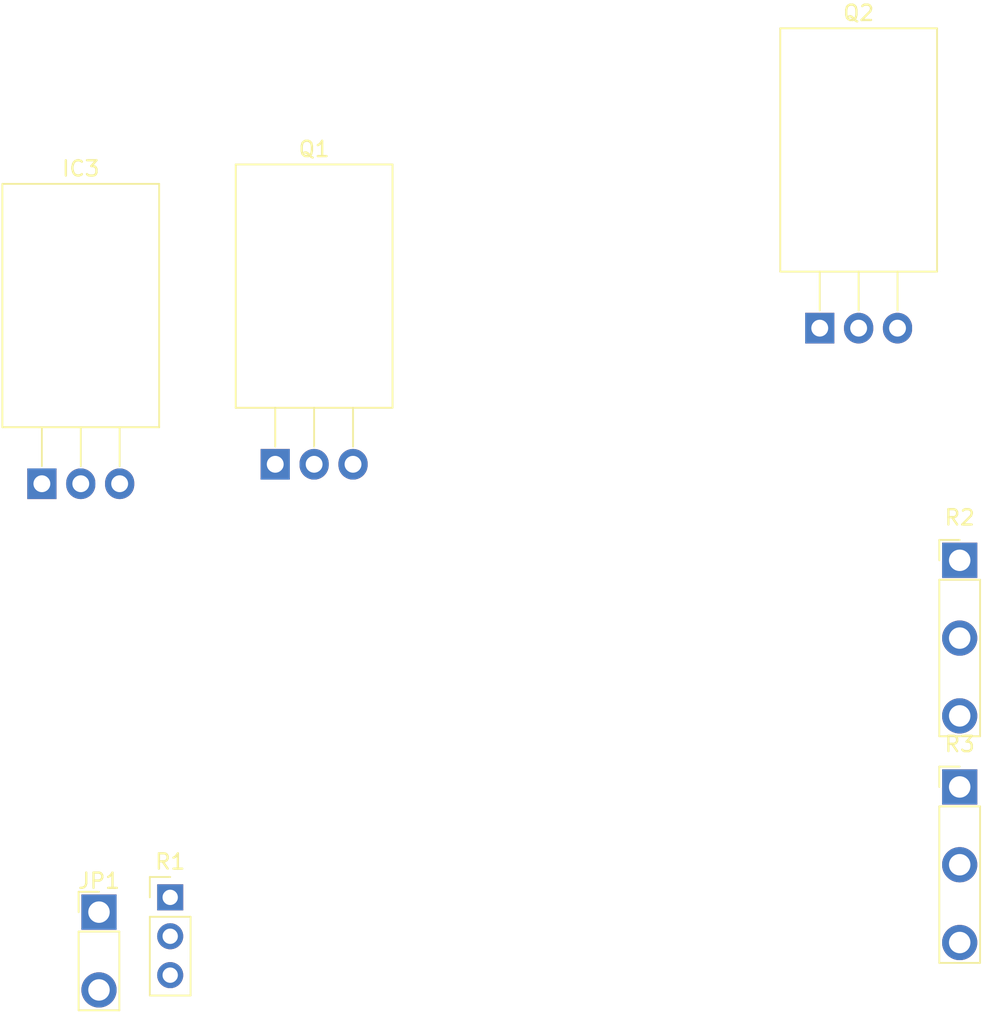
<source format=kicad_pcb>
(kicad_pcb (version 20171130) (host pcbnew "(5.1.4)-1")

  (general
    (thickness 1.6)
    (drawings 0)
    (tracks 0)
    (zones 0)
    (modules 7)
    (nets 6)
  )

  (page A4)
  (layers
    (0 F.Cu signal)
    (31 B.Cu signal)
    (32 B.Adhes user)
    (33 F.Adhes user)
    (34 B.Paste user)
    (35 F.Paste user)
    (36 B.SilkS user)
    (37 F.SilkS user)
    (38 B.Mask user)
    (39 F.Mask user)
    (40 Dwgs.User user)
    (41 Cmts.User user)
    (42 Eco1.User user)
    (43 Eco2.User user)
    (44 Edge.Cuts user)
    (45 Margin user)
    (46 B.CrtYd user)
    (47 F.CrtYd user)
    (48 B.Fab user)
    (49 F.Fab user)
  )

  (setup
    (last_trace_width 0.25)
    (trace_clearance 0.2)
    (zone_clearance 0.508)
    (zone_45_only no)
    (trace_min 0.2)
    (via_size 0.8)
    (via_drill 0.4)
    (via_min_size 0.4)
    (via_min_drill 0.3)
    (uvia_size 0.3)
    (uvia_drill 0.1)
    (uvias_allowed no)
    (uvia_min_size 0.2)
    (uvia_min_drill 0.1)
    (edge_width 0.1)
    (segment_width 0.2)
    (pcb_text_width 0.3)
    (pcb_text_size 1.5 1.5)
    (mod_edge_width 0.15)
    (mod_text_size 1 1)
    (mod_text_width 0.15)
    (pad_size 1.524 1.524)
    (pad_drill 0.762)
    (pad_to_mask_clearance 0)
    (aux_axis_origin 0 0)
    (visible_elements FFFFFF7F)
    (pcbplotparams
      (layerselection 0x010fc_ffffffff)
      (usegerberextensions false)
      (usegerberattributes false)
      (usegerberadvancedattributes false)
      (creategerberjobfile false)
      (excludeedgelayer true)
      (linewidth 0.100000)
      (plotframeref false)
      (viasonmask false)
      (mode 1)
      (useauxorigin false)
      (hpglpennumber 1)
      (hpglpenspeed 20)
      (hpglpendiameter 15.000000)
      (psnegative false)
      (psa4output false)
      (plotreference true)
      (plotvalue true)
      (plotinvisibletext false)
      (padsonsilk false)
      (subtractmaskfromsilk false)
      (outputformat 1)
      (mirror false)
      (drillshape 1)
      (scaleselection 1)
      (outputdirectory ""))
  )

  (net 0 "")
  (net 1 GND)
  (net 2 "Net-(IC1-Pad2)")
  (net 3 "Net-(IC1-Pad7)")
  (net 4 /5V)
  (net 5 "Net-(IC2-Pad7)")

  (net_class Default "This is the default net class."
    (clearance 0.2)
    (trace_width 0.25)
    (via_dia 0.8)
    (via_drill 0.4)
    (uvia_dia 0.3)
    (uvia_drill 0.1)
    (add_net /5V)
    (add_net GND)
    (add_net "Net-(IC1-Pad2)")
    (add_net "Net-(IC1-Pad7)")
    (add_net "Net-(IC2-Pad7)")
  )

  (module Package_TO_SOT_THT:TO-220-3_Horizontal_TabDown (layer F.Cu) (tedit 5AC8BA0D) (tstamp 5E2B6778)
    (at 125.73 78.105)
    (descr "TO-220-3, Horizontal, RM 2.54mm, see https://www.vishay.com/docs/66542/to-220-1.pdf")
    (tags "TO-220-3 Horizontal RM 2.54mm")
    (path /B686635D)
    (fp_text reference IC3 (at 2.54 -20.58) (layer F.SilkS)
      (effects (font (size 1 1) (thickness 0.15)))
    )
    (fp_text value 78XXL (at 2.54 2) (layer F.Fab)
      (effects (font (size 1 1) (thickness 0.15)))
    )
    (fp_circle (center 2.54 -16.66) (end 4.39 -16.66) (layer F.Fab) (width 0.1))
    (fp_line (start -2.46 -13.06) (end -2.46 -19.46) (layer F.Fab) (width 0.1))
    (fp_line (start -2.46 -19.46) (end 7.54 -19.46) (layer F.Fab) (width 0.1))
    (fp_line (start 7.54 -19.46) (end 7.54 -13.06) (layer F.Fab) (width 0.1))
    (fp_line (start 7.54 -13.06) (end -2.46 -13.06) (layer F.Fab) (width 0.1))
    (fp_line (start -2.46 -3.81) (end -2.46 -13.06) (layer F.Fab) (width 0.1))
    (fp_line (start -2.46 -13.06) (end 7.54 -13.06) (layer F.Fab) (width 0.1))
    (fp_line (start 7.54 -13.06) (end 7.54 -3.81) (layer F.Fab) (width 0.1))
    (fp_line (start 7.54 -3.81) (end -2.46 -3.81) (layer F.Fab) (width 0.1))
    (fp_line (start 0 -3.81) (end 0 0) (layer F.Fab) (width 0.1))
    (fp_line (start 2.54 -3.81) (end 2.54 0) (layer F.Fab) (width 0.1))
    (fp_line (start 5.08 -3.81) (end 5.08 0) (layer F.Fab) (width 0.1))
    (fp_line (start -2.58 -3.69) (end 7.66 -3.69) (layer F.SilkS) (width 0.12))
    (fp_line (start -2.58 -19.58) (end 7.66 -19.58) (layer F.SilkS) (width 0.12))
    (fp_line (start -2.58 -19.58) (end -2.58 -3.69) (layer F.SilkS) (width 0.12))
    (fp_line (start 7.66 -19.58) (end 7.66 -3.69) (layer F.SilkS) (width 0.12))
    (fp_line (start 0 -3.69) (end 0 -1.15) (layer F.SilkS) (width 0.12))
    (fp_line (start 2.54 -3.69) (end 2.54 -1.15) (layer F.SilkS) (width 0.12))
    (fp_line (start 5.08 -3.69) (end 5.08 -1.15) (layer F.SilkS) (width 0.12))
    (fp_line (start -2.71 -19.71) (end -2.71 1.25) (layer F.CrtYd) (width 0.05))
    (fp_line (start -2.71 1.25) (end 7.79 1.25) (layer F.CrtYd) (width 0.05))
    (fp_line (start 7.79 1.25) (end 7.79 -19.71) (layer F.CrtYd) (width 0.05))
    (fp_line (start 7.79 -19.71) (end -2.71 -19.71) (layer F.CrtYd) (width 0.05))
    (fp_text user %R (at 2.54 -20.58) (layer F.Fab)
      (effects (font (size 1 1) (thickness 0.15)))
    )
    (pad "" np_thru_hole oval (at 2.54 -16.66) (size 3.5 3.5) (drill 3.5) (layers *.Cu *.Mask))
    (pad 1 thru_hole rect (at 0 0) (size 1.905 2) (drill 1.1) (layers *.Cu *.Mask))
    (pad 2 thru_hole oval (at 2.54 0) (size 1.905 2) (drill 1.1) (layers *.Cu *.Mask))
    (pad 3 thru_hole oval (at 5.08 0) (size 1.905 2) (drill 1.1) (layers *.Cu *.Mask))
    (model ${KISYS3DMOD}/Package_TO_SOT_THT.3dshapes/TO-220-3_Horizontal_TabDown.wrl
      (at (xyz 0 0 0))
      (scale (xyz 1 1 1))
      (rotate (xyz 0 0 0))
    )
  )

  (module CustomKiCADLibrary:PinHeader_1x02_P5.08mm_Vertical (layer F.Cu) (tedit 5E2A729B) (tstamp 5E2B678E)
    (at 129.460001 103.54)
    (path /0B60073D)
    (fp_text reference JP1 (at 0 0.5) (layer F.SilkS)
      (effects (font (size 1 1) (thickness 0.15)))
    )
    (fp_text value PINHD-1X2 (at 0 -0.5) (layer F.Fab)
      (effects (font (size 1 1) (thickness 0.15)))
    )
    (fp_line (start 1.8 0.74) (end -1.8 0.74) (layer F.CrtYd) (width 0.05))
    (fp_line (start -1.33 8.95) (end 1.33 8.95) (layer F.SilkS) (width 0.12))
    (fp_line (start -1.33 2.54) (end -1.33 1.21) (layer F.SilkS) (width 0.12))
    (fp_line (start 1.33 3.81) (end 1.33 8.95) (layer F.SilkS) (width 0.12))
    (fp_line (start -1.8 9.39) (end 1.8 9.39) (layer F.CrtYd) (width 0.05))
    (fp_line (start 1.8 9.39) (end 1.8 0.74) (layer F.CrtYd) (width 0.05))
    (fp_line (start -1.33 3.81) (end -1.33 8.95) (layer F.SilkS) (width 0.12))
    (fp_line (start -1.27 1.905) (end -0.635 1.27) (layer F.Fab) (width 0.1))
    (fp_line (start -1.8 0.74) (end -1.8 9.39) (layer F.CrtYd) (width 0.05))
    (fp_line (start -1.33 1.21) (end 0 1.21) (layer F.SilkS) (width 0.12))
    (fp_line (start -1.33 3.81) (end 1.33 3.81) (layer F.SilkS) (width 0.12))
    (fp_line (start -1.27 8.89) (end -1.27 1.905) (layer F.Fab) (width 0.1))
    (fp_line (start 1.27 8.89) (end -1.27 8.89) (layer F.Fab) (width 0.1))
    (fp_line (start 1.27 1.27) (end 1.27 8.89) (layer F.Fab) (width 0.1))
    (fp_line (start -0.635 1.27) (end 1.27 1.27) (layer F.Fab) (width 0.1))
    (fp_text user %R (at 0 5.08 90) (layer F.Fab)
      (effects (font (size 1 1) (thickness 0.15)))
    )
    (pad 1 thru_hole rect (at 0 2.54) (size 2.3 2.3) (drill 1.4) (layers *.Cu *.Mask))
    (pad 2 thru_hole oval (at 0 7.62) (size 2.3 2.3) (drill 1.4) (layers *.Cu *.Mask))
  )

  (module Package_TO_SOT_THT:TO-220-3_Horizontal_TabDown (layer F.Cu) (tedit 5AC8BA0D) (tstamp 5E2B67AE)
    (at 140.97 76.835)
    (descr "TO-220-3, Horizontal, RM 2.54mm, see https://www.vishay.com/docs/66542/to-220-1.pdf")
    (tags "TO-220-3 Horizontal RM 2.54mm")
    (path /22BC07EB)
    (fp_text reference Q1 (at 2.54 -20.58) (layer F.SilkS)
      (effects (font (size 1 1) (thickness 0.15)))
    )
    (fp_text value SUP75N06-08 (at 2.54 2) (layer F.Fab)
      (effects (font (size 1 1) (thickness 0.15)))
    )
    (fp_circle (center 2.54 -16.66) (end 4.39 -16.66) (layer F.Fab) (width 0.1))
    (fp_line (start -2.46 -13.06) (end -2.46 -19.46) (layer F.Fab) (width 0.1))
    (fp_line (start -2.46 -19.46) (end 7.54 -19.46) (layer F.Fab) (width 0.1))
    (fp_line (start 7.54 -19.46) (end 7.54 -13.06) (layer F.Fab) (width 0.1))
    (fp_line (start 7.54 -13.06) (end -2.46 -13.06) (layer F.Fab) (width 0.1))
    (fp_line (start -2.46 -3.81) (end -2.46 -13.06) (layer F.Fab) (width 0.1))
    (fp_line (start -2.46 -13.06) (end 7.54 -13.06) (layer F.Fab) (width 0.1))
    (fp_line (start 7.54 -13.06) (end 7.54 -3.81) (layer F.Fab) (width 0.1))
    (fp_line (start 7.54 -3.81) (end -2.46 -3.81) (layer F.Fab) (width 0.1))
    (fp_line (start 0 -3.81) (end 0 0) (layer F.Fab) (width 0.1))
    (fp_line (start 2.54 -3.81) (end 2.54 0) (layer F.Fab) (width 0.1))
    (fp_line (start 5.08 -3.81) (end 5.08 0) (layer F.Fab) (width 0.1))
    (fp_line (start -2.58 -3.69) (end 7.66 -3.69) (layer F.SilkS) (width 0.12))
    (fp_line (start -2.58 -19.58) (end 7.66 -19.58) (layer F.SilkS) (width 0.12))
    (fp_line (start -2.58 -19.58) (end -2.58 -3.69) (layer F.SilkS) (width 0.12))
    (fp_line (start 7.66 -19.58) (end 7.66 -3.69) (layer F.SilkS) (width 0.12))
    (fp_line (start 0 -3.69) (end 0 -1.15) (layer F.SilkS) (width 0.12))
    (fp_line (start 2.54 -3.69) (end 2.54 -1.15) (layer F.SilkS) (width 0.12))
    (fp_line (start 5.08 -3.69) (end 5.08 -1.15) (layer F.SilkS) (width 0.12))
    (fp_line (start -2.71 -19.71) (end -2.71 1.25) (layer F.CrtYd) (width 0.05))
    (fp_line (start -2.71 1.25) (end 7.79 1.25) (layer F.CrtYd) (width 0.05))
    (fp_line (start 7.79 1.25) (end 7.79 -19.71) (layer F.CrtYd) (width 0.05))
    (fp_line (start 7.79 -19.71) (end -2.71 -19.71) (layer F.CrtYd) (width 0.05))
    (fp_text user %R (at 2.54 -20.58) (layer F.Fab)
      (effects (font (size 1 1) (thickness 0.15)))
    )
    (pad "" np_thru_hole oval (at 2.54 -16.66) (size 3.5 3.5) (drill 3.5) (layers *.Cu *.Mask))
    (pad 1 thru_hole rect (at 0 0) (size 1.905 2) (drill 1.1) (layers *.Cu *.Mask)
      (net 3 "Net-(IC1-Pad7)"))
    (pad 2 thru_hole oval (at 2.54 0) (size 1.905 2) (drill 1.1) (layers *.Cu *.Mask))
    (pad 3 thru_hole oval (at 5.08 0) (size 1.905 2) (drill 1.1) (layers *.Cu *.Mask)
      (net 1 GND))
    (model ${KISYS3DMOD}/Package_TO_SOT_THT.3dshapes/TO-220-3_Horizontal_TabDown.wrl
      (at (xyz 0 0 0))
      (scale (xyz 1 1 1))
      (rotate (xyz 0 0 0))
    )
  )

  (module Package_TO_SOT_THT:TO-220-3_Horizontal_TabDown (layer F.Cu) (tedit 5AC8BA0D) (tstamp 5E2B67CE)
    (at 176.53 67.945)
    (descr "TO-220-3, Horizontal, RM 2.54mm, see https://www.vishay.com/docs/66542/to-220-1.pdf")
    (tags "TO-220-3 Horizontal RM 2.54mm")
    (path /FC4D4FCD)
    (fp_text reference Q2 (at 2.54 -20.58) (layer F.SilkS)
      (effects (font (size 1 1) (thickness 0.15)))
    )
    (fp_text value SUP75N06-08 (at 2.54 2) (layer F.Fab)
      (effects (font (size 1 1) (thickness 0.15)))
    )
    (fp_text user %R (at 2.54 -20.58) (layer F.Fab)
      (effects (font (size 1 1) (thickness 0.15)))
    )
    (fp_line (start 7.79 -19.71) (end -2.71 -19.71) (layer F.CrtYd) (width 0.05))
    (fp_line (start 7.79 1.25) (end 7.79 -19.71) (layer F.CrtYd) (width 0.05))
    (fp_line (start -2.71 1.25) (end 7.79 1.25) (layer F.CrtYd) (width 0.05))
    (fp_line (start -2.71 -19.71) (end -2.71 1.25) (layer F.CrtYd) (width 0.05))
    (fp_line (start 5.08 -3.69) (end 5.08 -1.15) (layer F.SilkS) (width 0.12))
    (fp_line (start 2.54 -3.69) (end 2.54 -1.15) (layer F.SilkS) (width 0.12))
    (fp_line (start 0 -3.69) (end 0 -1.15) (layer F.SilkS) (width 0.12))
    (fp_line (start 7.66 -19.58) (end 7.66 -3.69) (layer F.SilkS) (width 0.12))
    (fp_line (start -2.58 -19.58) (end -2.58 -3.69) (layer F.SilkS) (width 0.12))
    (fp_line (start -2.58 -19.58) (end 7.66 -19.58) (layer F.SilkS) (width 0.12))
    (fp_line (start -2.58 -3.69) (end 7.66 -3.69) (layer F.SilkS) (width 0.12))
    (fp_line (start 5.08 -3.81) (end 5.08 0) (layer F.Fab) (width 0.1))
    (fp_line (start 2.54 -3.81) (end 2.54 0) (layer F.Fab) (width 0.1))
    (fp_line (start 0 -3.81) (end 0 0) (layer F.Fab) (width 0.1))
    (fp_line (start 7.54 -3.81) (end -2.46 -3.81) (layer F.Fab) (width 0.1))
    (fp_line (start 7.54 -13.06) (end 7.54 -3.81) (layer F.Fab) (width 0.1))
    (fp_line (start -2.46 -13.06) (end 7.54 -13.06) (layer F.Fab) (width 0.1))
    (fp_line (start -2.46 -3.81) (end -2.46 -13.06) (layer F.Fab) (width 0.1))
    (fp_line (start 7.54 -13.06) (end -2.46 -13.06) (layer F.Fab) (width 0.1))
    (fp_line (start 7.54 -19.46) (end 7.54 -13.06) (layer F.Fab) (width 0.1))
    (fp_line (start -2.46 -19.46) (end 7.54 -19.46) (layer F.Fab) (width 0.1))
    (fp_line (start -2.46 -13.06) (end -2.46 -19.46) (layer F.Fab) (width 0.1))
    (fp_circle (center 2.54 -16.66) (end 4.39 -16.66) (layer F.Fab) (width 0.1))
    (pad 3 thru_hole oval (at 5.08 0) (size 1.905 2) (drill 1.1) (layers *.Cu *.Mask)
      (net 1 GND))
    (pad 2 thru_hole oval (at 2.54 0) (size 1.905 2) (drill 1.1) (layers *.Cu *.Mask))
    (pad 1 thru_hole rect (at 0 0) (size 1.905 2) (drill 1.1) (layers *.Cu *.Mask)
      (net 5 "Net-(IC2-Pad7)"))
    (pad "" np_thru_hole oval (at 2.54 -16.66) (size 3.5 3.5) (drill 3.5) (layers *.Cu *.Mask))
    (model ${KISYS3DMOD}/Package_TO_SOT_THT.3dshapes/TO-220-3_Horizontal_TabDown.wrl
      (at (xyz 0 0 0))
      (scale (xyz 1 1 1))
      (rotate (xyz 0 0 0))
    )
  )

  (module Connector_PinHeader_2.54mm:PinHeader_1x03_P2.54mm_Vertical (layer F.Cu) (tedit 59FED5CC) (tstamp 5E2B67E5)
    (at 134.110001 105.115001)
    (descr "Through hole straight pin header, 1x03, 2.54mm pitch, single row")
    (tags "Through hole pin header THT 1x03 2.54mm single row")
    (path /54673866)
    (fp_text reference R1 (at 0 -2.33) (layer F.SilkS)
      (effects (font (size 1 1) (thickness 0.15)))
    )
    (fp_text value R-TRIMM74W (at 0 7.41) (layer F.Fab)
      (effects (font (size 1 1) (thickness 0.15)))
    )
    (fp_line (start -0.635 -1.27) (end 1.27 -1.27) (layer F.Fab) (width 0.1))
    (fp_line (start 1.27 -1.27) (end 1.27 6.35) (layer F.Fab) (width 0.1))
    (fp_line (start 1.27 6.35) (end -1.27 6.35) (layer F.Fab) (width 0.1))
    (fp_line (start -1.27 6.35) (end -1.27 -0.635) (layer F.Fab) (width 0.1))
    (fp_line (start -1.27 -0.635) (end -0.635 -1.27) (layer F.Fab) (width 0.1))
    (fp_line (start -1.33 6.41) (end 1.33 6.41) (layer F.SilkS) (width 0.12))
    (fp_line (start -1.33 1.27) (end -1.33 6.41) (layer F.SilkS) (width 0.12))
    (fp_line (start 1.33 1.27) (end 1.33 6.41) (layer F.SilkS) (width 0.12))
    (fp_line (start -1.33 1.27) (end 1.33 1.27) (layer F.SilkS) (width 0.12))
    (fp_line (start -1.33 0) (end -1.33 -1.33) (layer F.SilkS) (width 0.12))
    (fp_line (start -1.33 -1.33) (end 0 -1.33) (layer F.SilkS) (width 0.12))
    (fp_line (start -1.8 -1.8) (end -1.8 6.85) (layer F.CrtYd) (width 0.05))
    (fp_line (start -1.8 6.85) (end 1.8 6.85) (layer F.CrtYd) (width 0.05))
    (fp_line (start 1.8 6.85) (end 1.8 -1.8) (layer F.CrtYd) (width 0.05))
    (fp_line (start 1.8 -1.8) (end -1.8 -1.8) (layer F.CrtYd) (width 0.05))
    (fp_text user %R (at 0 2.54 90) (layer F.Fab)
      (effects (font (size 1 1) (thickness 0.15)))
    )
    (pad 1 thru_hole rect (at 0 0) (size 1.7 1.7) (drill 1) (layers *.Cu *.Mask)
      (net 4 /5V))
    (pad 2 thru_hole oval (at 0 2.54) (size 1.7 1.7) (drill 1) (layers *.Cu *.Mask)
      (net 2 "Net-(IC1-Pad2)"))
    (pad 3 thru_hole oval (at 0 5.08) (size 1.7 1.7) (drill 1) (layers *.Cu *.Mask)
      (net 1 GND))
    (model ${KISYS3DMOD}/Connector_PinHeader_2.54mm.3dshapes/PinHeader_1x03_P2.54mm_Vertical.wrl
      (at (xyz 0 0 0))
      (scale (xyz 1 1 1))
      (rotate (xyz 0 0 0))
    )
  )

  (module CustomKiCADLibrary:PinHeader_1x03_P5.08mm_Vertical (layer F.Cu) (tedit 5E2A72BC) (tstamp 5E2B67FC)
    (at 185.670001 83.105001)
    (path /7B6FF4A5)
    (fp_text reference R2 (at 0 -2.794) (layer F.SilkS)
      (effects (font (size 1 1) (thickness 0.15)))
    )
    (fp_text value 100K (at 0 -4.572) (layer F.Fab)
      (effects (font (size 1 1) (thickness 0.15)))
    )
    (fp_text user %R (at 0 5.08 90) (layer F.Fab)
      (effects (font (size 1 1) (thickness 0.15)))
    )
    (fp_line (start 1.8 -1.8) (end -1.8 -1.8) (layer F.CrtYd) (width 0.05))
    (fp_line (start 1.8 11.95) (end 1.8 -1.8) (layer F.CrtYd) (width 0.05))
    (fp_line (start -1.8 11.95) (end 1.8 11.95) (layer F.CrtYd) (width 0.05))
    (fp_line (start -1.33 -1.33) (end 0 -1.33) (layer F.SilkS) (width 0.12))
    (fp_line (start 1.33 1.27) (end 1.33 11.49) (layer F.SilkS) (width 0.12))
    (fp_line (start 1.27 11.43) (end -1.27 11.43) (layer F.Fab) (width 0.1))
    (fp_line (start -1.27 11.43) (end -1.27 -0.635) (layer F.Fab) (width 0.1))
    (fp_line (start -1.8 -1.8) (end -1.8 11.95) (layer F.CrtYd) (width 0.05))
    (fp_line (start -1.33 0) (end -1.33 -1.33) (layer F.SilkS) (width 0.12))
    (fp_line (start -1.33 1.27) (end 1.33 1.27) (layer F.SilkS) (width 0.12))
    (fp_line (start 1.27 -1.27) (end 1.27 11.43) (layer F.Fab) (width 0.1))
    (fp_line (start -1.33 1.27) (end -1.33 11.49) (layer F.SilkS) (width 0.12))
    (fp_line (start -1.33 11.49) (end 1.33 11.49) (layer F.SilkS) (width 0.12))
    (fp_line (start -1.27 -0.635) (end -0.635 -1.27) (layer F.Fab) (width 0.1))
    (fp_line (start -0.635 -1.27) (end 1.27 -1.27) (layer F.Fab) (width 0.1))
    (pad 1 thru_hole rect (at 0 0) (size 2.3 2.3) (drill 1.4) (layers *.Cu *.Mask)
      (net 3 "Net-(IC1-Pad7)"))
    (pad 2 thru_hole oval (at 0 5.08) (size 2.3 2.3) (drill 1.4) (layers *.Cu *.Mask)
      (net 1 GND))
    (pad 3 thru_hole oval (at 0 10.16) (size 2.3 2.3) (drill 1.4) (layers *.Cu *.Mask))
  )

  (module CustomKiCADLibrary:PinHeader_1x03_P5.08mm_Vertical (layer F.Cu) (tedit 5E2A72BC) (tstamp 5E2B6813)
    (at 185.670001 97.905001)
    (path /5E3BF956)
    (fp_text reference R3 (at 0 -2.794) (layer F.SilkS)
      (effects (font (size 1 1) (thickness 0.15)))
    )
    (fp_text value 100K (at 0 -4.572) (layer F.Fab)
      (effects (font (size 1 1) (thickness 0.15)))
    )
    (fp_line (start -0.635 -1.27) (end 1.27 -1.27) (layer F.Fab) (width 0.1))
    (fp_line (start -1.27 -0.635) (end -0.635 -1.27) (layer F.Fab) (width 0.1))
    (fp_line (start -1.33 11.49) (end 1.33 11.49) (layer F.SilkS) (width 0.12))
    (fp_line (start -1.33 1.27) (end -1.33 11.49) (layer F.SilkS) (width 0.12))
    (fp_line (start 1.27 -1.27) (end 1.27 11.43) (layer F.Fab) (width 0.1))
    (fp_line (start -1.33 1.27) (end 1.33 1.27) (layer F.SilkS) (width 0.12))
    (fp_line (start -1.33 0) (end -1.33 -1.33) (layer F.SilkS) (width 0.12))
    (fp_line (start -1.8 -1.8) (end -1.8 11.95) (layer F.CrtYd) (width 0.05))
    (fp_line (start -1.27 11.43) (end -1.27 -0.635) (layer F.Fab) (width 0.1))
    (fp_line (start 1.27 11.43) (end -1.27 11.43) (layer F.Fab) (width 0.1))
    (fp_line (start 1.33 1.27) (end 1.33 11.49) (layer F.SilkS) (width 0.12))
    (fp_line (start -1.33 -1.33) (end 0 -1.33) (layer F.SilkS) (width 0.12))
    (fp_line (start -1.8 11.95) (end 1.8 11.95) (layer F.CrtYd) (width 0.05))
    (fp_line (start 1.8 11.95) (end 1.8 -1.8) (layer F.CrtYd) (width 0.05))
    (fp_line (start 1.8 -1.8) (end -1.8 -1.8) (layer F.CrtYd) (width 0.05))
    (fp_text user %R (at 0 5.08 90) (layer F.Fab)
      (effects (font (size 1 1) (thickness 0.15)))
    )
    (pad 3 thru_hole oval (at 0 10.16) (size 2.3 2.3) (drill 1.4) (layers *.Cu *.Mask))
    (pad 2 thru_hole oval (at 0 5.08) (size 2.3 2.3) (drill 1.4) (layers *.Cu *.Mask)
      (net 1 GND))
    (pad 1 thru_hole rect (at 0 0) (size 2.3 2.3) (drill 1.4) (layers *.Cu *.Mask)
      (net 5 "Net-(IC2-Pad7)"))
  )

)

</source>
